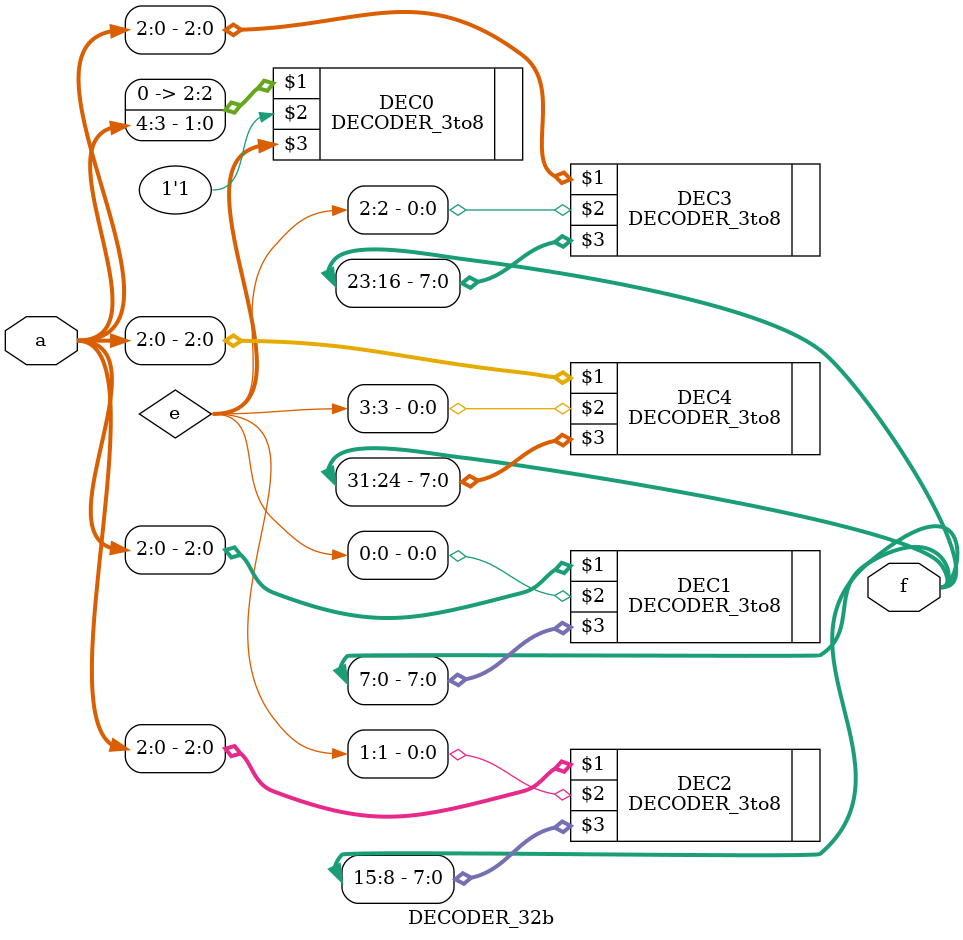
<source format=v>
`timescale 1ns / 1ps


module DECODER_32b(input [4:0] a, output [31:0] f);
    wire [7:0]e;
    
    DECODER_3to8 DEC0({1'b0, a[4:3]}, 1'b1, e);
    DECODER_3to8 DEC1(a[2:0], e[0], f[7:0]);
    DECODER_3to8 DEC2(a[2:0], e[1], f[15:8]);
    DECODER_3to8 DEC3(a[2:0], e[2], f[23:16]);
    DECODER_3to8 DEC4(a[2:0], e[3], f[31:24]);
endmodule

</source>
